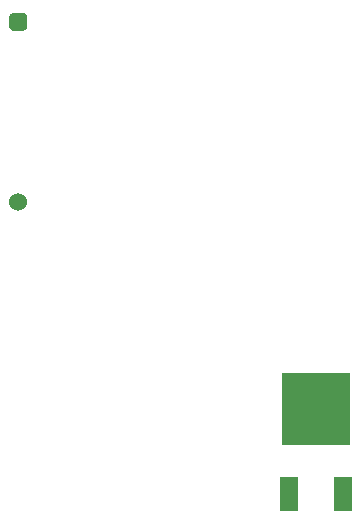
<source format=gbr>
G04 #@! TF.GenerationSoftware,KiCad,Pcbnew,(5.1.4-0-10_14)*
G04 #@! TF.CreationDate,2020-01-10T09:40:25-08:00*
G04 #@! TF.ProjectId,Griduino,47726964-7569-46e6-9f2e-6b696361645f,0*
G04 #@! TF.SameCoordinates,Original*
G04 #@! TF.FileFunction,Paste,Top*
G04 #@! TF.FilePolarity,Positive*
%FSLAX46Y46*%
G04 Gerber Fmt 4.6, Leading zero omitted, Abs format (unit mm)*
G04 Created by KiCad (PCBNEW (5.1.4-0-10_14)) date 2020-01-10 09:40:25*
%MOMM*%
%LPD*%
G04 APERTURE LIST*
%ADD10C,1.524000*%
%ADD11C,0.100000*%
%ADD12R,1.600000X3.000000*%
%ADD13R,5.800001X6.200000*%
G04 APERTURE END LIST*
D10*
X90017600Y-99161600D03*
D11*
G36*
X90435945Y-83161435D02*
G01*
X90472929Y-83166921D01*
X90509198Y-83176006D01*
X90544402Y-83188602D01*
X90578202Y-83204588D01*
X90610272Y-83223810D01*
X90640304Y-83246083D01*
X90668008Y-83271192D01*
X90693117Y-83298896D01*
X90715390Y-83328928D01*
X90734612Y-83360998D01*
X90750598Y-83394798D01*
X90763194Y-83430002D01*
X90772279Y-83466271D01*
X90777765Y-83503255D01*
X90779600Y-83540600D01*
X90779600Y-84302600D01*
X90777765Y-84339945D01*
X90772279Y-84376929D01*
X90763194Y-84413198D01*
X90750598Y-84448402D01*
X90734612Y-84482202D01*
X90715390Y-84514272D01*
X90693117Y-84544304D01*
X90668008Y-84572008D01*
X90640304Y-84597117D01*
X90610272Y-84619390D01*
X90578202Y-84638612D01*
X90544402Y-84654598D01*
X90509198Y-84667194D01*
X90472929Y-84676279D01*
X90435945Y-84681765D01*
X90398600Y-84683600D01*
X89636600Y-84683600D01*
X89599255Y-84681765D01*
X89562271Y-84676279D01*
X89526002Y-84667194D01*
X89490798Y-84654598D01*
X89456998Y-84638612D01*
X89424928Y-84619390D01*
X89394896Y-84597117D01*
X89367192Y-84572008D01*
X89342083Y-84544304D01*
X89319810Y-84514272D01*
X89300588Y-84482202D01*
X89284602Y-84448402D01*
X89272006Y-84413198D01*
X89262921Y-84376929D01*
X89257435Y-84339945D01*
X89255600Y-84302600D01*
X89255600Y-83540600D01*
X89257435Y-83503255D01*
X89262921Y-83466271D01*
X89272006Y-83430002D01*
X89284602Y-83394798D01*
X89300588Y-83360998D01*
X89319810Y-83328928D01*
X89342083Y-83298896D01*
X89367192Y-83271192D01*
X89394896Y-83246083D01*
X89424928Y-83223810D01*
X89456998Y-83204588D01*
X89490798Y-83188602D01*
X89526002Y-83176006D01*
X89562271Y-83166921D01*
X89599255Y-83161435D01*
X89636600Y-83159600D01*
X90398600Y-83159600D01*
X90435945Y-83161435D01*
X90435945Y-83161435D01*
G37*
D10*
X90017600Y-83921600D03*
D12*
X117499400Y-123883000D03*
D13*
X115214400Y-116713000D03*
D12*
X112929400Y-123883000D03*
M02*

</source>
